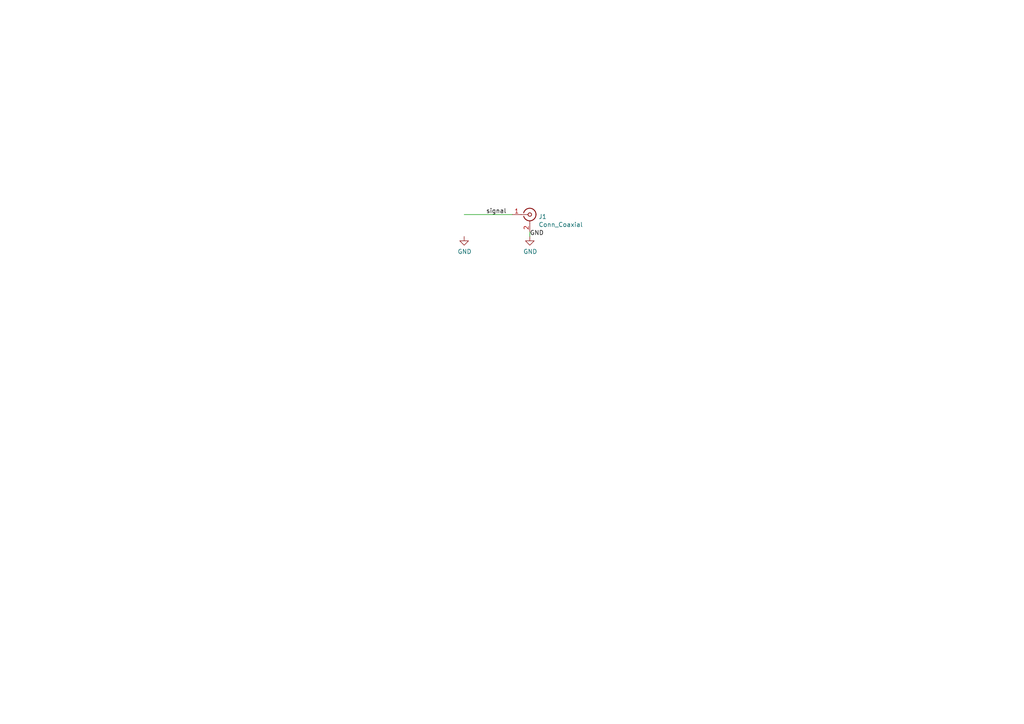
<source format=kicad_sch>
(kicad_sch (version 20230121) (generator eeschema)
  (paper "A4")
  (lib_symbols
    (symbol "Connector:Conn_Coaxial" (pin_names (offset 1.016) hide)
      (property "Reference" "J" (at 0.254 3.048 0))
      (property "Value" "Conn_Coaxial" (at 2.921 0 90))
      (symbol "Conn_Coaxial_0_1"
        (arc (start -1.778 -0.508) (mid 0.2311 -1.8066) (end 1.778 0) (stroke (width 0.254)))
        (polyline (pts (xy -2.54 0) (xy -0.508 0)))
        (polyline (pts (xy 0 -2.54) (xy 0 -1.778)))
        (circle (center 0 0) (radius 0.508) (stroke (width 0.2032)))
        (arc (start 1.778 0) (mid 0.2099 1.8101) (end -1.778 0.508) (stroke (width 0.254)))
      )
      (symbol "Conn_Coaxial_1_1"
        (pin passive line (at -5.08 0 0) (length 2.54) (name "In") (number "1"))
        (pin passive line (at 0 -5.08 90) (length 2.54) (name "Ext") (number "2"))
      )
    )
    (symbol "power:GND" (power) (pin_names (offset 0))
      (property "Value" "GND" (at 0 -3.81 0))
      (symbol "GND_0_1"
        (polyline (pts (xy 0 0) (xy 0 -1.27) (xy 1.27 -1.27) (xy 0 -2.54) (xy -1.27 -1.27) (xy 0 -1.27)))
      )
      (symbol "GND_1_1"
        (pin power_in line (at 0 0 270) (length 0) hide (name "GND") (number "1"))
      )
    )
  )
  (wire (pts (xy 153.67 67.31) (xy 153.67 68.58)))
  (wire (pts (xy 134.62 62.23) (xy 148.59 62.23)))
  (label "signal" (at 140.97 62.23 0))
  (label "GND" (at 153.67 68.58 0))
  (symbol (lib_id "power:GND") (at 134.62 68.58 0) (unit 1)
    (property "Reference" "#PWR0102" (effects hide))
    (property "Value" "GND" (at 134.747 72.9742 0))
  )
  (symbol (lib_id "Connector:Conn_Coaxial") (at 153.67 62.23 0) (unit 1)
    (property "Reference" "J1" (at 156.1846 62.8396 0) (effects (justify left)))
    (property "Value" "Conn_Coaxial" (at 156.1846 65.151 0) (effects (justify left)))
    (property "Footprint" "User:SMAEdge" (effects hide))
    (property "Datasheet" " ~" (effects hide))
  )
  (symbol (lib_id "power:GND") (at 153.67 68.58 0) (unit 1)
    (property "Reference" "#PWR0101" (effects hide))
    (property "Value" "GND" (at 153.797 72.9742 0))
  )
)
</source>
